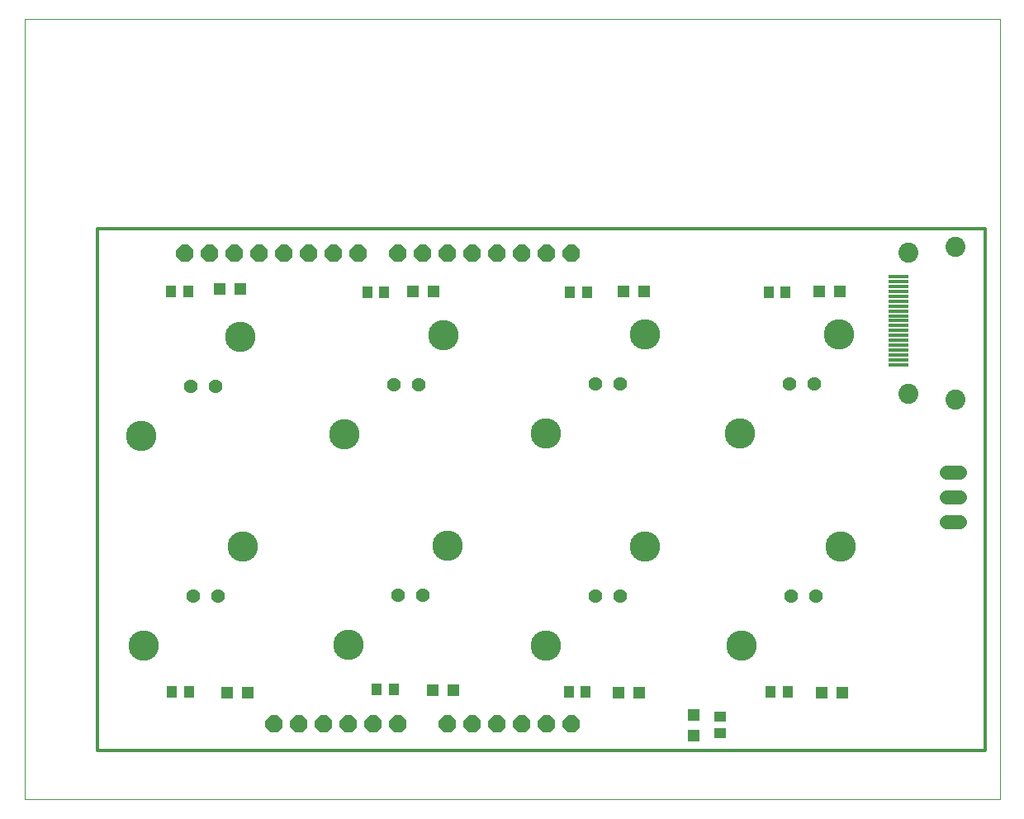
<source format=gts>
G75*
%MOIN*%
%OFA0B0*%
%FSLAX24Y24*%
%IPPOS*%
%LPD*%
%AMOC8*
5,1,8,0,0,1.08239X$1,22.5*
%
%ADD10C,0.0000*%
%ADD11C,0.0120*%
%ADD12C,0.0566*%
%ADD13C,0.1227*%
%ADD14R,0.0788X0.0158*%
%ADD15C,0.0808*%
%ADD16R,0.0390X0.0460*%
%ADD17R,0.0460X0.0390*%
%ADD18OC8,0.0700*%
%ADD19C,0.0580*%
%ADD20R,0.0512X0.0512*%
D10*
X005620Y000100D02*
X005620Y031596D01*
X044990Y031596D01*
X044990Y000100D01*
X005620Y000100D01*
D11*
X008572Y002069D02*
X008572Y023131D01*
X044399Y023131D01*
X044399Y002069D01*
X008572Y002069D01*
D12*
X012424Y008320D03*
X013424Y008320D03*
X020711Y008342D03*
X021711Y008342D03*
X028661Y008321D03*
X029661Y008321D03*
X036566Y008324D03*
X037566Y008324D03*
X037515Y016883D03*
X036515Y016883D03*
X029659Y016883D03*
X028659Y016883D03*
X021534Y016840D03*
X020534Y016840D03*
X013327Y016794D03*
X012327Y016794D03*
D13*
X010327Y014794D03*
X014327Y018794D03*
X018534Y014840D03*
X022534Y018840D03*
X026659Y014883D03*
X030659Y018883D03*
X034515Y014883D03*
X038515Y018883D03*
X038566Y010324D03*
X034566Y006324D03*
X030661Y010321D03*
X026661Y006321D03*
X022711Y010342D03*
X018711Y006342D03*
X014424Y010320D03*
X010424Y006320D03*
D14*
X040915Y017659D03*
X040915Y017856D03*
X040915Y018053D03*
X040915Y018250D03*
X040915Y018446D03*
X040915Y018643D03*
X040915Y018840D03*
X040915Y019037D03*
X040915Y019234D03*
X040915Y019431D03*
X040915Y019628D03*
X040915Y019824D03*
X040915Y020021D03*
X040915Y020218D03*
X040915Y020415D03*
X040915Y020612D03*
X040915Y020809D03*
X040915Y021006D03*
X040915Y021202D03*
D15*
X041289Y022187D03*
X043218Y022423D03*
X043218Y016242D03*
X041289Y016478D03*
D16*
X036345Y020581D03*
X035665Y020581D03*
X028324Y020581D03*
X027644Y020581D03*
X020141Y020589D03*
X019461Y020589D03*
X012227Y020612D03*
X011547Y020612D03*
X011575Y004458D03*
X012255Y004458D03*
X019850Y004554D03*
X020530Y004554D03*
X027592Y004438D03*
X028272Y004438D03*
X035739Y004445D03*
X036419Y004445D03*
D17*
X033690Y003454D03*
X033690Y002774D03*
D18*
X027700Y003137D03*
X026700Y003137D03*
X025700Y003137D03*
X024700Y003137D03*
X023700Y003137D03*
X022700Y003137D03*
X020700Y003137D03*
X019700Y003137D03*
X018700Y003137D03*
X017700Y003137D03*
X016700Y003137D03*
X015700Y003137D03*
X016100Y022137D03*
X015100Y022137D03*
X014100Y022137D03*
X013100Y022137D03*
X012100Y022137D03*
X017100Y022137D03*
X018100Y022137D03*
X019100Y022137D03*
X020700Y022137D03*
X021700Y022137D03*
X022700Y022137D03*
X023700Y022137D03*
X024700Y022137D03*
X025700Y022137D03*
X026700Y022137D03*
X027700Y022137D03*
D19*
X042831Y013313D02*
X043371Y013313D01*
X043371Y012313D02*
X042831Y012313D01*
X042831Y011313D02*
X043371Y011313D01*
D20*
X038633Y004400D03*
X037806Y004400D03*
X032620Y003513D03*
X032620Y002687D03*
X030433Y004400D03*
X029606Y004400D03*
X022933Y004500D03*
X022106Y004500D03*
X014633Y004400D03*
X013806Y004400D03*
X021306Y020600D03*
X022133Y020600D03*
X029806Y020600D03*
X030633Y020600D03*
X037706Y020600D03*
X038533Y020600D03*
X014333Y020700D03*
X013506Y020700D03*
M02*

</source>
